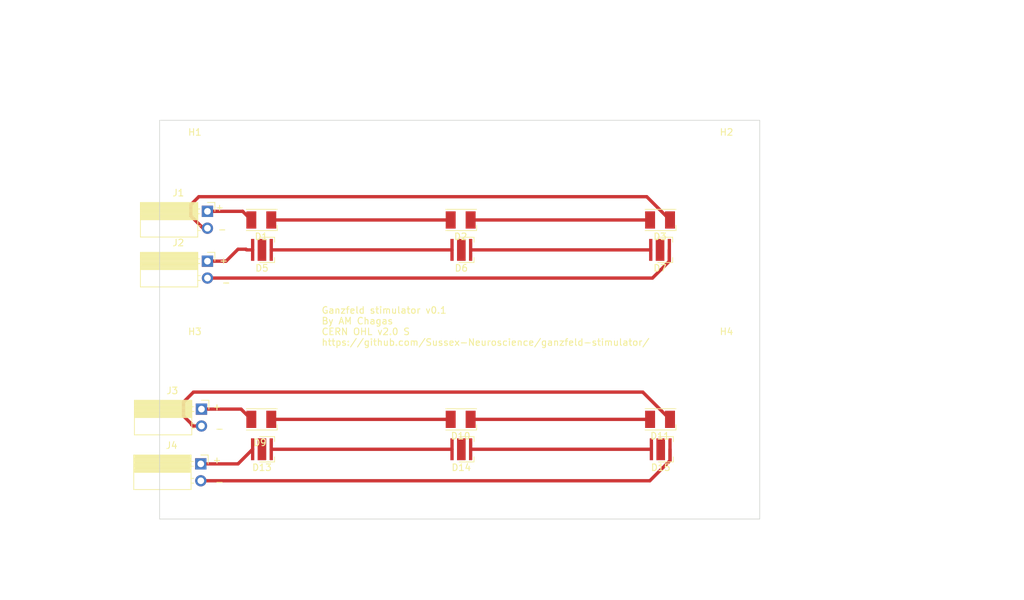
<source format=kicad_pcb>
(kicad_pcb (version 20221018) (generator pcbnew)
  (layers (0 "F.Cu" signal) (31 "B.Cu" signal) (34 "B.Paste" user) (35 "F.Paste" user) (36 "B.SilkS" user "B.Silkscreen") (37 "F.SilkS" user "F.Silkscreen") (38 "B.Mask" user) (39 "F.Mask" user) (44 "Edge.Cuts" user))
  (net 0 "")
  (net 1 "Net-(D1-K)")
  (net 2 "Net-(D1-A)")
  (net 3 "Net-(D2-K)")
  (net 4 "Net-(D3-K)")
  (net 5 "Net-(D5-K)")
  (net 6 "Net-(D5-A)")
  (net 7 "Net-(D6-K)")
  (net 8 "Net-(D7-K)")
  (net 9 "Net-(D10-A)")
  (net 10 "Net-(D9-A)")
  (net 11 "Net-(D10-K)")
  (net 12 "Net-(D11-K)")
  (net 13 "Net-(D13-K)")
  (net 14 "Net-(D13-A)")
  (net 15 "Net-(D14-K)")
  (net 16 "Net-(D15-K)")
  (footprint "LED_SMD:LED_PLCC-2_3.4x3.0mm_KA" (layer "F.Cu") (at 140 107 180)
    (fp_text reference "D10" (at 0 -2.5) (layer "F.SilkS"))
    (fp_text value "LED")
    (fp_line (start -2.4 -1.6) (end -2.4 -0.8) (stroke (width 0.12)) (layer "F.SilkS"))
    (fp_line (start 2.25 -1.6) (end -2.4 -1.6) (stroke (width 0.12)) (layer "F.SilkS"))
    (fp_line (start 2.25 1.6) (end -2.4 1.6) (stroke (width 0.12)) (layer "F.SilkS"))
    (pad "1" smd rect (at -1.5 0 180) (size 1.5 2.6) (layers "F.Cu" "F.Paste" "F.Mask") (net 11 "Net-(D10-K)"))
    (pad "2" smd rect (at 1.5 0 180) (size 1.5 2.6) (layers "F.Cu" "F.Paste" "F.Mask") (net 9 "Net-(D10-A)"))
  )
  (footprint "Connector_PinSocket_2.54mm:PinSocket_1x02_P2.54mm_Horizontal" (layer "F.Cu") (at 100.9 113.7)
    (fp_text reference "J4" (at -4.38 -2.77) (layer "F.SilkS"))
    (fp_text value "UV bank 2")
    (fp_line (start -10.09 -1.33) (end -10.09 3.87) (stroke (width 0.12)) (layer "F.SilkS"))
    (fp_line (start -10.09 -1.33) (end -1.46 -1.33) (stroke (width 0.12)) (layer "F.SilkS"))
    (fp_line (start -10.09 -1.21) (end -1.46 -1.21) (stroke (width 0.12)) (layer "F.SilkS"))
    (fp_line (start -10.09 -1.091905) (end -1.46 -1.091905) (stroke (width 0.12)) (layer "F.SilkS"))
    (fp_line (start -10.09 -0.97381) (end -1.46 -0.97381) (stroke (width 0.12)) (layer "F.SilkS"))
    (fp_line (start -10.09 -0.855715) (end -1.46 -0.855715) (stroke (width 0.12)) (layer "F.SilkS"))
    (fp_line (start -10.09 -0.73762) (end -1.46 -0.73762) (stroke (width 0.12)) (layer "F.SilkS"))
    (fp_line (start -10.09 -0.619525) (end -1.46 -0.619525) (stroke (width 0.12)) (layer "F.SilkS"))
    (fp_line (start -10.09 -0.50143) (end -1.46 -0.50143) (stroke (width 0.12)) (layer "F.SilkS"))
    (fp_line (start -10.09 -0.383335) (end -1.46 -0.383335) (stroke (width 0.12)) (layer "F.SilkS"))
    (fp_line (start -10.09 -0.26524) (end -1.46 -0.26524) (stroke (width 0.12)) (layer "F.SilkS"))
    (fp_line (start -10.09 -0.147145) (end -1.46 -0.147145) (stroke (width 0.12)) (layer "F.SilkS"))
    (fp_line (start -10.09 -0.02905) (end -1.46 -0.02905) (stroke (width 0.12)) (layer "F.SilkS"))
    (fp_line (start -10.09 0.089045) (end -1.46 0.089045) (stroke (width 0.12)) (layer "F.SilkS"))
    (fp_line (start -10.09 0.20714) (end -1.46 0.20714) (stroke (width 0.12)) (layer "F.SilkS"))
    (fp_line (start -10.09 0.325235) (end -1.46 0.325235) (stroke (width 0.12)) (layer "F.SilkS"))
    (fp_line (start -10.09 0.44333) (end -1.46 0.44333) (stroke (width 0.12)) (layer "F.SilkS"))
    (fp_line (start -10.09 0.561425) (end -1.46 0.561425) (stroke (width 0.12)) (layer "F.SilkS"))
    (fp_line (start -10.09 0.67952) (end -1.46 0.67952) (stroke (width 0.12)) (layer "F.SilkS"))
    (fp_line (start -10.09 0.797615) (end -1.46 0.797615) (stroke (width 0.12)) (layer "F.SilkS"))
    (fp_line (start -10.09 0.91571) (end -1.46 0.91571) (stroke (width 0.12)) (layer "F.SilkS"))
    (fp_line (start -10.09 1.033805) (end -1.46 1.033805) (stroke (width 0.12)) (layer "F.SilkS"))
    (fp_line (start -10.09 1.1519) (end -1.46 1.1519) (stroke (width 0.12)) (layer "F.SilkS"))
    (fp_line (start -10.09 1.27) (end -1.46 1.27) (stroke (width 0.12)) (layer "F.SilkS"))
    (fp_line (start -10.09 3.87) (end -1.46 3.87) (stroke (width 0.12)) (layer "F.SilkS"))
    (fp_line (start -1.46 -1.33) (end -1.46 3.87) (stroke (width 0.12)) (layer "F.SilkS"))
    (fp_line (start -1.46 -0.36) (end -1.11 -0.36) (stroke (width 0.12)) (layer "F.SilkS"))
    (fp_line (start -1.46 0.36) (end -1.11 0.36) (stroke (width 0.12)) (layer "F.SilkS"))
    (fp_line (start -1.46 2.18) (end -1.05 2.18) (stroke (width 0.12)) (layer "F.SilkS"))
    (fp_line (start -1.46 2.9) (end -1.05 2.9) (stroke (width 0.12)) (layer "F.SilkS"))
    (fp_line (start 0 -1.33) (end 1.11 -1.33) (stroke (width 0.12)) (layer "F.SilkS"))
    (fp_line (start 1.11 -1.33) (end 1.11 0) (stroke (width 0.12)) (layer "F.SilkS"))
    (pad "1" thru_hole rect (at 0 0) (size 1.7 1.7) (drill 1) (layers "*.Cu" "*.Mask") (net 14 "Net-(D13-A)"))
    (pad "2" thru_hole oval (at 0 2.54) (size 1.7 1.7) (drill 1) (layers "*.Cu" "*.Mask") (net 16 "Net-(D15-K)"))
  )
  (footprint "LED_SMD:LED_Cree-XP" (layer "F.Cu") (at 140.1 81.5 180)
    (fp_text reference "D6" (at 0 -2.75 180) (layer "F.SilkS"))
    (fp_text value "LED")
    (fp_line (start -1.9 -1.9) (end -1.9 -1.15) (stroke (width 0.12)) (layer "F.SilkS"))
    (fp_line (start -1.9 1.9) (end -1.9 1.15) (stroke (width 0.12)) (layer "F.SilkS"))
    (fp_line (start 0.35 -1.9) (end -1.9 -1.9) (stroke (width 0.12)) (layer "F.SilkS"))
    (fp_line (start 0.35 1.9) (end -1.9 1.9) (stroke (width 0.12)) (layer "F.SilkS"))
    (pad "1" smd rect (at -1.4 0 180) (size 0.5 3.3) (layers "F.Cu" "F.Paste" "F.Mask") (net 7 "Net-(D6-K)"))
    (pad "2" smd rect (at 1.4 0 180) (size 0.5 3.3) (layers "F.Cu" "F.Paste" "F.Mask") (net 5 "Net-(D5-K)"))
    (pad "3" smd rect (at 0 0 180) (size 1.3 3.3) (layers "F.Cu" "F.Mask"))
  )
  (footprint "Connector_PinSocket_2.54mm:PinSocket_1x02_P2.54mm_Horizontal" (layer "F.Cu") (at 101.9 83.2)
    (fp_text reference "J2" (at -4.38 -2.77) (layer "F.SilkS"))
    (fp_text value "UV bank 1")
    (fp_line (start -10.09 -1.33) (end -10.09 3.87) (stroke (width 0.12)) (layer "F.SilkS"))
    (fp_line (start -10.09 -1.33) (end -1.46 -1.33) (stroke (width 0.12)) (layer "F.SilkS"))
    (fp_line (start -10.09 -1.21) (end -1.46 -1.21) (stroke (width 0.12)) (layer "F.SilkS"))
    (fp_line (start -10.09 -1.091905) (end -1.46 -1.091905) (stroke (width 0.12)) (layer "F.SilkS"))
    (fp_line (start -10.09 -0.97381) (end -1.46 -0.97381) (stroke (width 0.12)) (layer "F.SilkS"))
    (fp_line (start -10.09 -0.855715) (end -1.46 -0.855715) (stroke (width 0.12)) (layer "F.SilkS"))
    (fp_line (start -10.09 -0.73762) (end -1.46 -0.73762) (stroke (width 0.12)) (layer "F.SilkS"))
    (fp_line (start -10.09 -0.619525) (end -1.46 -0.619525) (stroke (width 0.12)) (layer "F.SilkS"))
    (fp_line (start -10.09 -0.50143) (end -1.46 -0.50143) (stroke (width 0.12)) (layer "F.SilkS"))
    (fp_line (start -10.09 -0.383335) (end -1.46 -0.383335) (stroke (width 0.12)) (layer "F.SilkS"))
    (fp_line (start -10.09 -0.26524) (end -1.46 -0.26524) (stroke (width 0.12)) (layer "F.SilkS"))
    (fp_line (start -10.09 -0.147145) (end -1.46 -0.147145) (stroke (width 0.12)) (layer "F.SilkS"))
    (fp_line (start -10.09 -0.02905) (end -1.46 -0.02905) (stroke (width 0.12)) (layer "F.SilkS"))
    (fp_line (start -10.09 0.089045) (end -1.46 0.089045) (stroke (width 0.12)) (layer "F.SilkS"))
    (fp_line (start -10.09 0.20714) (end -1.46 0.20714) (stroke (width 0.12)) (layer "F.SilkS"))
    (fp_line (start -10.09 0.325235) (end -1.46 0.325235) (stroke (width 0.12)) (layer "F.SilkS"))
    (fp_line (start -10.09 0.44333) (end -1.46 0.44333) (stroke (width 0.12)) (layer "F.SilkS"))
    (fp_line (start -10.09 0.561425) (end -1.46 0.561425) (stroke (width 0.12)) (layer "F.SilkS"))
    (fp_line (start -10.09 0.67952) (end -1.46 0.67952) (stroke (width 0.12)) (layer "F.SilkS"))
    (fp_line (start -10.09 0.797615) (end -1.46 0.797615) (stroke (width 0.12)) (layer "F.SilkS"))
    (fp_line (start -10.09 0.91571) (end -1.46 0.91571) (stroke (width 0.12)) (layer "F.SilkS"))
    (fp_line (start -10.09 1.033805) (end -1.46 1.033805) (stroke (width 0.12)) (layer "F.SilkS"))
    (fp_line (start -10.09 1.1519) (end -1.46 1.1519) (stroke (width 0.12)) (layer "F.SilkS"))
    (fp_line (start -10.09 1.27) (end -1.46 1.27) (stroke (width 0.12)) (layer "F.SilkS"))
    (fp_line (start -10.09 3.87) (end -1.46 3.87) (stroke (width 0.12)) (layer "F.SilkS"))
    (fp_line (start -1.46 -1.33) (end -1.46 3.87) (stroke (width 0.12)) (layer "F.SilkS"))
    (fp_line (start -1.46 -0.36) (end -1.11 -0.36) (stroke (width 0.12)) (layer "F.SilkS"))
    (fp_line (start -1.46 0.36) (end -1.11 0.36) (stroke (width 0.12)) (layer "F.SilkS"))
    (fp_line (start -1.46 2.18) (end -1.05 2.18) (stroke (width 0.12)) (layer "F.SilkS"))
    (fp_line (start -1.46 2.9) (end -1.05 2.9) (stroke (width 0.12)) (layer "F.SilkS"))
    (fp_line (start 0 -1.33) (end 1.11 -1.33) (stroke (width 0.12)) (layer "F.SilkS"))
    (fp_line (start 1.11 -1.33) (end 1.11 0) (stroke (width 0.12)) (layer "F.SilkS"))
    (pad "1" thru_hole rect (at 0 0) (size 1.7 1.7) (drill 1) (layers "*.Cu" "*.Mask") (net 6 "Net-(D5-A)"))
    (pad "2" thru_hole oval (at 0 2.54) (size 1.7 1.7) (drill 1) (layers "*.Cu" "*.Mask") (net 8 "Net-(D7-K)"))
  )
  (footprint "Connector_PinSocket_2.54mm:PinSocket_1x02_P2.54mm_Horizontal" (layer "F.Cu") (at 101 105.46)
    (fp_text reference "J3" (at -4.38 -2.77) (layer "F.SilkS"))
    (fp_text value "Green bank 2")
    (fp_line (start -10.09 -1.33) (end -10.09 3.87) (stroke (width 0.12)) (layer "F.SilkS"))
    (fp_line (start -10.09 -1.33) (end -1.46 -1.33) (stroke (width 0.12)) (layer "F.SilkS"))
    (fp_line (start -10.09 -1.21) (end -1.46 -1.21) (stroke (width 0.12)) (layer "F.SilkS"))
    (fp_line (start -10.09 -1.091905) (end -1.46 -1.091905) (stroke (width 0.12)) (layer "F.SilkS"))
    (fp_line (start -10.09 -0.97381) (end -1.46 -0.97381) (stroke (width 0.12)) (layer "F.SilkS"))
    (fp_line (start -10.09 -0.855715) (end -1.46 -0.855715) (stroke (width 0.12)) (layer "F.SilkS"))
    (fp_line (start -10.09 -0.73762) (end -1.46 -0.73762) (stroke (width 0.12)) (layer "F.SilkS"))
    (fp_line (start -10.09 -0.619525) (end -1.46 -0.619525) (stroke (width 0.12)) (layer "F.SilkS"))
    (fp_line (start -10.09 -0.50143) (end -1.46 -0.50143) (stroke (width 0.12)) (layer "F.SilkS"))
    (fp_line (start -10.09 -0.383335) (end -1.46 -0.383335) (stroke (width 0.12)) (layer "F.SilkS"))
    (fp_line (start -10.09 -0.26524) (end -1.46 -0.26524) (stroke (width 0.12)) (layer "F.SilkS"))
    (fp_line (start -10.09 -0.147145) (end -1.46 -0.147145) (stroke (width 0.12)) (layer "F.SilkS"))
    (fp_line (start -10.09 -0.02905) (end -1.46 -0.02905) (stroke (width 0.12)) (layer "F.SilkS"))
    (fp_line (start -10.09 0.089045) (end -1.46 0.089045) (stroke (width 0.12)) (layer "F.SilkS"))
    (fp_line (start -10.09 0.20714) (end -1.46 0.20714) (stroke (width 0.12)) (layer "F.SilkS"))
    (fp_line (start -10.09 0.325235) (end -1.46 0.325235) (stroke (width 0.12)) (layer "F.SilkS"))
    (fp_line (start -10.09 0.44333) (end -1.46 0.44333) (stroke (width 0.12)) (layer "F.SilkS"))
    (fp_line (start -10.09 0.561425) (end -1.46 0.561425) (stroke (width 0.12)) (layer "F.SilkS"))
    (fp_line (start -10.09 0.67952) (end -1.46 0.67952) (stroke (width 0.12)) (layer "F.SilkS"))
    (fp_line (start -10.09 0.797615) (end -1.46 0.797615) (stroke (width 0.12)) (layer "F.SilkS"))
    (fp_line (start -10.09 0.91571) (end -1.46 0.91571) (stroke (width 0.12)) (layer "F.SilkS"))
    (fp_line (start -10.09 1.033805) (end -1.46 1.033805) (stroke (width 0.12)) (layer "F.SilkS"))
    (fp_line (start -10.09 1.1519) (end -1.46 1.1519) (stroke (width 0.12)) (layer "F.SilkS"))
    (fp_line (start -10.09 1.27) (end -1.46 1.27) (stroke (width 0.12)) (layer "F.SilkS"))
    (fp_line (start -10.09 3.87) (end -1.46 3.87) (stroke (width 0.12)) (layer "F.SilkS"))
    (fp_line (start -1.46 -1.33) (end -1.46 3.87) (stroke (width 0.12)) (layer "F.SilkS"))
    (fp_line (start -1.46 -0.36) (end -1.11 -0.36) (stroke (width 0.12)) (layer "F.SilkS"))
    (fp_line (start -1.46 0.36) (end -1.11 0.36) (stroke (width 0.12)) (layer "F.SilkS"))
    (fp_line (start -1.46 2.18) (end -1.05 2.18) (stroke (width 0.12)) (layer "F.SilkS"))
    (fp_line (start -1.46 2.9) (end -1.05 2.9) (stroke (width 0.12)) (layer "F.SilkS"))
    (fp_line (start 0 -1.33) (end 1.11 -1.33) (stroke (width 0.12)) (layer "F.SilkS"))
    (fp_line (start 1.11 -1.33) (end 1.11 0) (stroke (width 0.12)) (layer "F.SilkS"))
    (pad "1" thru_hole rect (at 0 0) (size 1.7 1.7) (drill 1) (layers "*.Cu" "*.Mask") (net 10 "Net-(D9-A)"))
    (pad "2" thru_hole oval (at 0 2.54) (size 1.7 1.7) (drill 1) (layers "*.Cu" "*.Mask") (net 12 "Net-(D11-K)"))
  )
  (footprint "LED_SMD:LED_Cree-XP" (layer "F.Cu") (at 170 81.5 180)
    (fp_text reference "D7" (at 0 -2.75 180) (layer "F.SilkS"))
    (fp_text value "LED")
    (fp_line (start -1.9 -1.9) (end -1.9 -1.15) (stroke (width 0.12)) (layer "F.SilkS"))
    (fp_line (start -1.9 1.9) (end -1.9 1.15) (stroke (width 0.12)) (layer "F.SilkS"))
    (fp_line (start 0.35 -1.9) (end -1.9 -1.9) (stroke (width 0.12)) (layer "F.SilkS"))
    (fp_line (start 0.35 1.9) (end -1.9 1.9) (stroke (width 0.12)) (layer "F.SilkS"))
    (pad "1" smd rect (at -1.4 0 180) (size 0.5 3.3) (layers "F.Cu" "F.Paste" "F.Mask") (net 8 "Net-(D7-K)"))
    (pad "2" smd rect (at 1.4 0 180) (size 0.5 3.3) (layers "F.Cu" "F.Paste" "F.Mask") (net 7 "Net-(D6-K)"))
    (pad "3" smd rect (at 0 0 180) (size 1.3 3.3) (layers "F.Cu" "F.Mask"))
  )
  (footprint "LED_SMD:LED_PLCC-2_3.4x3.0mm_KA" (layer "F.Cu") (at 170 77 180)
    (fp_text reference "D3" (at 0 -2.5) (layer "F.SilkS"))
    (fp_text value "LED")
    (fp_line (start -2.4 -1.6) (end -2.4 -0.8) (stroke (width 0.12)) (layer "F.SilkS"))
    (fp_line (start 2.25 -1.6) (end -2.4 -1.6) (stroke (width 0.12)) (layer "F.SilkS"))
    (fp_line (start 2.25 1.6) (end -2.4 1.6) (stroke (width 0.12)) (layer "F.SilkS"))
    (pad "1" smd rect (at -1.5 0 180) (size 1.5 2.6) (layers "F.Cu" "F.Paste" "F.Mask") (net 4 "Net-(D3-K)"))
    (pad "2" smd rect (at 1.5 0 180) (size 1.5 2.6) (layers "F.Cu" "F.Paste" "F.Mask") (net 3 "Net-(D2-K)"))
  )
  (footprint "LED_SMD:LED_Cree-XP" (layer "F.Cu") (at 140.1 111.5 180)
    (fp_text reference "D14" (at 0 -2.75 180) (layer "F.SilkS"))
    (fp_text value "LED")
    (fp_line (start -1.9 -1.9) (end -1.9 -1.15) (stroke (width 0.12)) (layer "F.SilkS"))
    (fp_line (start -1.9 1.9) (end -1.9 1.15) (stroke (width 0.12)) (layer "F.SilkS"))
    (fp_line (start 0.35 -1.9) (end -1.9 -1.9) (stroke (width 0.12)) (layer "F.SilkS"))
    (fp_line (start 0.35 1.9) (end -1.9 1.9) (stroke (width 0.12)) (layer "F.SilkS"))
    (pad "1" smd rect (at -1.4 0 180) (size 0.5 3.3) (layers "F.Cu" "F.Paste" "F.Mask") (net 15 "Net-(D14-K)"))
    (pad "2" smd rect (at 1.4 0 180) (size 0.5 3.3) (layers "F.Cu" "F.Paste" "F.Mask") (net 13 "Net-(D13-K)"))
    (pad "3" smd rect (at 0 0 180) (size 1.3 3.3) (layers "F.Cu" "F.Mask"))
  )
  (footprint "MountingHole:MountingHole_3.2mm_M3" (layer "F.Cu") (at 180 68)
    (fp_text reference "H2" (at 0 -4.2) (layer "F.SilkS"))
    (fp_text value "MountingHole")
    (pad "" np_thru_hole circle (at 0 0) (size 3.2 3.2) (drill 3.2) (layers "*.Cu" "*.Mask"))
  )
  (footprint "LED_SMD:LED_PLCC-2_3.4x3.0mm_KA" (layer "F.Cu") (at 170 107 180)
    (fp_text reference "D11" (at 0 -2.5) (layer "F.SilkS"))
    (fp_text value "LED")
    (fp_line (start -2.4 -1.6) (end -2.4 -0.8) (stroke (width 0.12)) (layer "F.SilkS"))
    (fp_line (start 2.25 -1.6) (end -2.4 -1.6) (stroke (width 0.12)) (layer "F.SilkS"))
    (fp_line (start 2.25 1.6) (end -2.4 1.6) (stroke (width 0.12)) (layer "F.SilkS"))
    (pad "1" smd rect (at -1.5 0 180) (size 1.5 2.6) (layers "F.Cu" "F.Paste" "F.Mask") (net 12 "Net-(D11-K)"))
    (pad "2" smd rect (at 1.5 0 180) (size 1.5 2.6) (layers "F.Cu" "F.Paste" "F.Mask") (net 11 "Net-(D10-K)"))
  )
  (footprint "LED_SMD:LED_PLCC-2_3.4x3.0mm_KA" (layer "F.Cu") (at 140 77 180)
    (fp_text reference "D2" (at 0 -2.5) (layer "F.SilkS"))
    (fp_text value "LED")
    (fp_line (start -2.4 -1.6) (end -2.4 -0.8) (stroke (width 0.12)) (layer "F.SilkS"))
    (fp_line (start 2.25 -1.6) (end -2.4 -1.6) (stroke (width 0.12)) (layer "F.SilkS"))
    (fp_line (start 2.25 1.6) (end -2.4 1.6) (stroke (width 0.12)) (layer "F.SilkS"))
    (pad "1" smd rect (at -1.5 0 180) (size 1.5 2.6) (layers "F.Cu" "F.Paste" "F.Mask") (net 3 "Net-(D2-K)"))
    (pad "2" smd rect (at 1.5 0 180) (size 1.5 2.6) (layers "F.Cu" "F.Paste" "F.Mask") (net 1 "Net-(D1-K)"))
  )
  (footprint "MountingHole:MountingHole_3.2mm_M3" (layer "F.Cu") (at 100 98)
    (fp_text reference "H3" (at 0 -4.2) (layer "F.SilkS"))
    (fp_text value "MountingHole")
    (pad "" np_thru_hole circle (at 0 0) (size 3.2 3.2) (drill 3.2) (layers "*.Cu" "*.Mask"))
  )
  (footprint "LED_SMD:LED_PLCC-2_3.4x3.0mm_KA" (layer "F.Cu") (at 110 107 180)
    (fp_text reference "D9" (at 0.2 -3.5) (layer "F.SilkS"))
    (fp_text value "LED")
    (fp_line (start -2.4 -1.6) (end -2.4 -0.8) (stroke (width 0.12)) (layer "F.SilkS"))
    (fp_line (start 2.25 -1.6) (end -2.4 -1.6) (stroke (width 0.12)) (layer "F.SilkS"))
    (fp_line (start 2.25 1.6) (end -2.4 1.6) (stroke (width 0.12)) (layer "F.SilkS"))
    (pad "1" smd rect (at -1.5 0 180) (size 1.5 2.6) (layers "F.Cu" "F.Paste" "F.Mask") (net 9 "Net-(D10-A)"))
    (pad "2" smd rect (at 1.5 0 180) (size 1.5 2.6) (layers "F.Cu" "F.Paste" "F.Mask") (net 10 "Net-(D9-A)"))
  )
  (footprint "MountingHole:MountingHole_3.2mm_M3" (layer "F.Cu") (at 180 98)
    (fp_text reference "H4" (at 0 -4.2) (layer "F.SilkS"))
    (fp_text value "MountingHole")
    (pad "" np_thru_hole circle (at 0 0) (size 3.2 3.2) (drill 3.2) (layers "*.Cu" "*.Mask"))
  )
  (footprint "Connector_PinSocket_2.54mm:PinSocket_1x02_P2.54mm_Horizontal" (layer "F.Cu") (at 101.9 75.7)
    (fp_text reference "J1" (at -4.38 -2.77) (layer "F.SilkS"))
    (fp_text value "Green bank 1")
    (fp_line (start -10.09 -1.33) (end -10.09 3.87) (stroke (width 0.12)) (layer "F.SilkS"))
    (fp_line (start -10.09 -1.33) (end -1.46 -1.33) (stroke (width 0.12)) (layer "F.SilkS"))
    (fp_line (start -10.09 -1.21) (end -1.46 -1.21) (stroke (width 0.12)) (layer "F.SilkS"))
    (fp_line (start -10.09 -1.091905) (end -1.46 -1.091905) (stroke (width 0.12)) (layer "F.SilkS"))
    (fp_line (start -10.09 -0.97381) (end -1.46 -0.97381) (stroke (width 0.12)) (layer "F.SilkS"))
    (fp_line (start -10.09 -0.855715) (end -1.46 -0.855715) (stroke (width 0.12)) (layer "F.SilkS"))
    (fp_line (start -10.09 -0.73762) (end -1.46 -0.73762) (stroke (width 0.12)) (layer "F.SilkS"))
    (fp_line (start -10.09 -0.619525) (end -1.46 -0.619525) (stroke (width 0.12)) (layer "F.SilkS"))
    (fp_line (start -10.09 -0.50143) (end -1.46 -0.50143) (stroke (width 0.12)) (layer "F.SilkS"))
    (fp_line (start -10.09 -0.383335) (end -1.46 -0.383335) (stroke (width 0.12)) (layer "F.SilkS"))
    (fp_line (start -10.09 -0.26524) (end -1.46 -0.26524) (stroke (width 0.12)) (layer "F.SilkS"))
    (fp_line (start -10.09 -0.147145) (end -1.46 -0.147145) (stroke (width 0.12)) (layer "F.SilkS"))
    (fp_line (start -10.09 -0.02905) (end -1.46 -0.02905) (stroke (width 0.12)) (layer "F.SilkS"))
    (fp_line (start -10.09 0.089045) (end -1.46 0.089045) (stroke (width 0.12)) (layer "F.SilkS"))
    (fp_line (start -10.09 0.20714) (end -1.46 0.20714) (stroke (width 0.12)) (layer "F.SilkS"))
    (fp_line (start -10.09 0.325235) (end -1.46 0.325235) (stroke (width 0.12)) (layer "F.SilkS"))
    (fp_line (start -10.09 0.44333) (end -1.46 0.44333) (stroke (width 0.12)) (layer "F.SilkS"))
    (fp_line (start -10.09 0.561425) (end -1.46 0.561425) (stroke (width 0.12)) (layer "F.SilkS"))
    (fp_line (start -10.09 0.67952) (end -1.46 0.67952) (stroke (width 0.12)) (layer "F.SilkS"))
    (fp_line (start -10.09 0.797615) (end -1.46 0.797615) (stroke (width 0.12)) (layer "F.SilkS"))
    (fp_line (start -10.09 0.91571) (end -1.46 0.91571) (stroke (width 0.12)) (layer "F.SilkS"))
    (fp_line (start -10.09 1.033805) (end -1.46 1.033805) (stroke (width 0.12)) (layer "F.SilkS"))
    (fp_line (start -10.09 1.1519) (end -1.46 1.1519) (stroke (width 0.12)) (layer "F.SilkS"))
    (fp_line (start -10.09 1.27) (end -1.46 1.27) (stroke (width 0.12)) (layer "F.SilkS"))
    (fp_line (start -10.09 3.87) (end -1.46 3.87) (stroke (width 0.12)) (layer "F.SilkS"))
    (fp_line (start -1.46 -1.33) (end -1.46 3.87) (stroke (width 0.12)) (layer "F.SilkS"))
    (fp_line (start -1.46 -0.36) (end -1.11 -0.36) (stroke (width 0.12)) (layer "F.SilkS"))
    (fp_line (start -1.46 0.36) (end -1.11 0.36) (stroke (width 0.12)) (layer "F.SilkS"))
    (fp_line (start -1.46 2.18) (end -1.05 2.18) (stroke (width 0.12)) (layer "F.SilkS"))
    (fp_line (start -1.46 2.9) (end -1.05 2.9) (stroke (width 0.12)) (layer "F.SilkS"))
    (fp_line (start 0 -1.33) (end 1.11 -1.33) (stroke (width 0.12)) (layer "F.SilkS"))
    (fp_line (start 1.11 -1.33) (end 1.11 0) (stroke (width 0.12)) (layer "F.SilkS"))
    (pad "1" thru_hole rect (at 0 0) (size 1.7 1.7) (drill 1) (layers "*.Cu" "*.Mask") (net 2 "Net-(D1-A)"))
    (pad "2" thru_hole oval (at 0 2.54) (size 1.7 1.7) (drill 1) (layers "*.Cu" "*.Mask") (net 4 "Net-(D3-K)"))
  )
  (footprint "LED_SMD:LED_PLCC-2_3.4x3.0mm_KA" (layer "F.Cu") (at 110 77 180)
    (fp_text reference "D1" (at 0 -2.5) (layer "F.SilkS"))
    (fp_text value "LED")
    (fp_line (start -2.4 -1.6) (end -2.4 -0.8) (stroke (width 0.12)) (layer "F.SilkS"))
    (fp_line (start 2.25 -1.6) (end -2.4 -1.6) (stroke (width 0.12)) (layer "F.SilkS"))
    (fp_line (start 2.25 1.6) (end -2.4 1.6) (stroke (width 0.12)) (layer "F.SilkS"))
    (pad "1" smd rect (at -1.5 0 180) (size 1.5 2.6) (layers "F.Cu" "F.Paste" "F.Mask") (net 1 "Net-(D1-K)"))
    (pad "2" smd rect (at 1.5 0 180) (size 1.5 2.6) (layers "F.Cu" "F.Paste" "F.Mask") (net 2 "Net-(D1-A)"))
  )
  (footprint "LED_SMD:LED_Cree-XP" (layer "F.Cu") (at 110.1 81.5 180)
    (fp_text reference "D5" (at 0 -2.75 180) (layer "F.SilkS"))
    (fp_text value "LED")
    (fp_line (start -1.9 -1.9) (end -1.9 -1.15) (stroke (width 0.12)) (layer "F.SilkS"))
    (fp_line (start -1.9 1.9) (end -1.9 1.15) (stroke (width 0.12)) (layer "F.SilkS"))
    (fp_line (start 0.35 -1.9) (end -1.9 -1.9) (stroke (width 0.12)) (layer "F.SilkS"))
    (fp_line (start 0.35 1.9) (end -1.9 1.9) (stroke (width 0.12)) (layer "F.SilkS"))
    (pad "1" smd rect (at -1.4 0 180) (size 0.5 3.3) (layers "F.Cu" "F.Paste" "F.Mask") (net 5 "Net-(D5-K)"))
    (pad "2" smd rect (at 1.4 0 180) (size 0.5 3.3) (layers "F.Cu" "F.Paste" "F.Mask") (net 6 "Net-(D5-A)"))
    (pad "3" smd rect (at 0 0 180) (size 1.3 3.3) (layers "F.Cu" "F.Mask"))
  )
  (footprint "LED_SMD:LED_Cree-XP" (layer "F.Cu") (at 110.1 111.5 180)
    (fp_text reference "D13" (at 0 -2.75 180) (layer "F.SilkS"))
    (fp_text value "LED")
    (fp_line (start -1.9 -1.9) (end -1.9 -1.15) (stroke (width 0.12)) (layer "F.SilkS"))
    (fp_line (start -1.9 1.9) (end -1.9 1.15) (stroke (width 0.12)) (layer "F.SilkS"))
    (fp_line (start 0.35 -1.9) (end -1.9 -1.9) (stroke (width 0.12)) (layer "F.SilkS"))
    (fp_line (start 0.35 1.9) (end -1.9 1.9) (stroke (width 0.12)) (layer "F.SilkS"))
    (pad "1" smd rect (at -1.4 0 180) (size 0.5 3.3) (layers "F.Cu" "F.Paste" "F.Mask") (net 13 "Net-(D13-K)"))
    (pad "2" smd rect (at 1.4 0 180) (size 0.5 3.3) (layers "F.Cu" "F.Paste" "F.Mask") (net 14 "Net-(D13-A)"))
    (pad "3" smd rect (at 0 0 180) (size 1.3 3.3) (layers "F.Cu" "F.Mask"))
  )
  (footprint "MountingHole:MountingHole_3.2mm_M3" (layer "F.Cu") (at 100 68)
    (fp_text reference "H1" (at 0 -4.2) (layer "F.SilkS"))
    (fp_text value "MountingHole")
    (pad "" np_thru_hole circle (at 0 0) (size 3.2 3.2) (drill 3.2) (layers "*.Cu" "*.Mask"))
  )
  (footprint "LED_SMD:LED_Cree-XP" (layer "F.Cu") (at 170.1 111.5 180)
    (fp_text reference "D15" (at 0 -2.75 180) (layer "F.SilkS"))
    (fp_text value "LED")
    (fp_line (start -1.9 -1.9) (end -1.9 -1.15) (stroke (width 0.12)) (layer "F.SilkS"))
    (fp_line (start -1.9 1.9) (end -1.9 1.15) (stroke (width 0.12)) (layer "F.SilkS"))
    (fp_line (start 0.35 -1.9) (end -1.9 -1.9) (stroke (width 0.12)) (layer "F.SilkS"))
    (fp_line (start 0.35 1.9) (end -1.9 1.9) (stroke (width 0.12)) (layer "F.SilkS"))
    (pad "1" smd rect (at -1.4 0 180) (size 0.5 3.3) (layers "F.Cu" "F.Paste" "F.Mask") (net 16 "Net-(D15-K)"))
    (pad "2" smd rect (at 1.4 0 180) (size 0.5 3.3) (layers "F.Cu" "F.Paste" "F.Mask") (net 15 "Net-(D14-K)"))
    (pad "3" smd rect (at 0 0 180) (size 1.3 3.3) (layers "F.Cu" "F.Mask"))
  )
  (gr_rect (start 94.7 62) (end 185 122) (stroke (width 0.1)) (fill none) (layer "Edge.Cuts"))
  (gr_text "+" (at 102.61 105.7) (layer "F.SilkS") (effects (font (size 1 1)) (justify left bottom)))
  (gr_text "+" (at 103.01 75.7) (layer "F.SilkS") (effects (font (size 1 1)) (justify left bottom)))
  (gr_text "-\n" (at 103 117) (layer "F.SilkS") (effects (font (size 1 1)) (justify left bottom)))
  (gr_text "-\n" (at 103.4 79) (layer "F.SilkS") (effects (font (size 1 1)) (justify left bottom)))
  (gr_text "Ganzfeld stimulator v0.1\nBy AM Chagas\nCERN OHL v2.0 S\nhttps://github.com/Sussex-Neuroscience/ganzfeld-stimulator/\n" (at 119 96) (layer "F.SilkS") (effects (font (size 1 1)) (justify left bottom)))
  (gr_text "-\n" (at 103 109) (layer "F.SilkS") (effects (font (size 1 1)) (justify left bottom)))
  (gr_text "+" (at 102.61 113.7) (layer "F.SilkS") (effects (font (size 1 1)) (justify left bottom)))
  (gr_text "+" (at 103.61 83.7) (layer "F.SilkS") (effects (font (size 1 1)) (justify left bottom)))
  (gr_text "-\n" (at 104 87) (layer "F.SilkS") (effects (font (size 1 1)) (justify left bottom)))
  (segment (start 111.5 77) (end 138.5 77) (width 0.5) (layer "F.Cu") (net 1))
  (segment (start 101.9 75.7) (end 107.2 75.7) (width 0.5) (layer "F.Cu") (net 2))
  (segment (start 107.2 75.7) (end 108.5 77) (width 0.5) (layer "F.Cu") (net 2))
  (segment (start 141.5 77) (end 168.5 77) (width 0.5) (layer "F.Cu") (net 3))
  (segment (start 99.4 76.4) (end 101.24 78.24) (width 0.5) (layer "F.Cu") (net 4))
  (segment (start 99.4 74.7) (end 99.4 76.4) (width 0.5) (layer "F.Cu") (net 4))
  (segment (start 171.5 77) (end 168 73.5) (width 0.5) (layer "F.Cu") (net 4))
  (segment (start 101.24 78.24) (end 101.9 78.24) (width 0.5) (layer "F.Cu") (net 4))
  (segment (start 100.6 73.5) (end 99.4 74.7) (width 0.5) (layer "F.Cu") (net 4))
  (segment (start 168 73.5) (end 100.6 73.5) (width 0.5) (layer "F.Cu") (net 4))
  (segment (start 111.5 81.5) (end 138.7 81.5) (width 0.5) (layer "F.Cu") (net 5))
  (segment (start 106.5 81.4) (end 107.7 81.4) (width 0.5) (layer "F.Cu") (net 6))
  (segment (start 104.7 83.2) (end 106.5 81.4) (width 0.5) (layer "F.Cu") (net 6))
  (segment (start 107.8 81.5) (end 108.7 81.5) (width 0.5) (layer "F.Cu") (net 6))
  (segment (start 107.7 81.4) (end 107.8 81.5) (width 0.5) (layer "F.Cu") (net 6))
  (segment (start 101.9 83.2) (end 104.7 83.2) (width 0.5) (layer "F.Cu") (net 6))
  (segment (start 141.5 81.5) (end 168.6 81.5) (width 0.5) (layer "F.Cu") (net 7))
  (segment (start 171.4 83.2) (end 168.86 85.74) (width 0.5) (layer "F.Cu") (net 8))
  (segment (start 171.4 81.5) (end 171.4 83.2) (width 0.5) (layer "F.Cu") (net 8))
  (segment (start 168.86 85.74) (end 101.9 85.74) (width 0.5) (layer "F.Cu") (net 8))
  (segment (start 111.5 107) (end 138.5 107) (width 0.5) (layer "F.Cu") (net 9))
  (segment (start 106.96 105.46) (end 108.5 107) (width 0.5) (layer "F.Cu") (net 10))
  (segment (start 101 105.46) (end 106.96 105.46) (width 0.5) (layer "F.Cu") (net 10))
  (segment (start 141.5 107) (end 168.5 107) (width 0.5) (layer "F.Cu") (net 11))
  (segment (start 171.5 107) (end 167.4 102.9) (width 0.5) (layer "F.Cu") (net 12))
  (segment (start 99.7 108) (end 101 108) (width 0.5) (layer "F.Cu") (net 12))
  (segment (start 99.5 107.7) (end 99.5 107.8) (width 0.5) (layer "F.Cu") (net 12))
  (segment (start 98.3 104.4) (end 98.3 106.5) (width 0.5) (layer "F.Cu") (net 12))
  (segment (start 98.3 106.5) (end 99.5 107.7) (width 0.5) (layer "F.Cu") (net 12))
  (segment (start 167.4 102.9) (end 99.8 102.9) (width 0.5) (layer "F.Cu") (net 12))
  (segment (start 99.8 102.9) (end 98.3 104.4) (width 0.5) (layer "F.Cu") (net 12))
  (segment (start 99.5 107.8) (end 99.7 108) (width 0.5) (layer "F.Cu") (net 12))
  (segment (start 111.5 111.5) (end 138.7 111.5) (width 0.5) (layer "F.Cu") (net 13))
  (segment (start 106.5 113.7) (end 108.7 111.5) (width 0.5) (layer "F.Cu") (net 14))
  (segment (start 100.9 113.7) (end 106.5 113.7) (width 0.5) (layer "F.Cu") (net 14))
  (segment (start 141.5 111.5) (end 168.7 111.5) (width 0.5) (layer "F.Cu") (net 15))
  (segment (start 168.46 116.24) (end 100.9 116.24) (width 0.5) (layer "F.Cu") (net 16))
  (segment (start 171.5 111.5) (end 171.5 113.2) (width 0.5) (layer "F.Cu") (net 16))
  (segment (start 171.5 113.2) (end 168.46 116.24) (width 0.5) (layer "F.Cu") (net 16))
)
</source>
